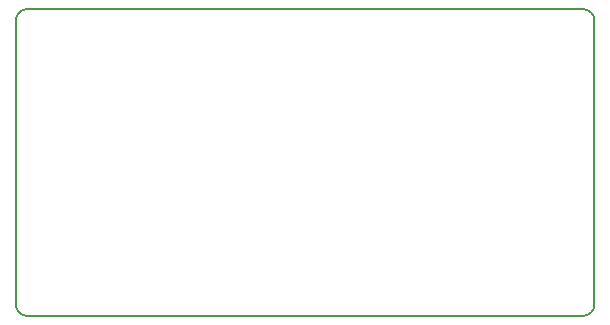
<source format=gbr>
G04 #@! TF.GenerationSoftware,KiCad,Pcbnew,(5.0.0)*
G04 #@! TF.CreationDate,2019-02-27T16:54:38+00:00*
G04 #@! TF.ProjectId,rain,7261696E2E6B696361645F7063620000,rev?*
G04 #@! TF.SameCoordinates,Original*
G04 #@! TF.FileFunction,Profile,NP*
%FSLAX46Y46*%
G04 Gerber Fmt 4.6, Leading zero omitted, Abs format (unit mm)*
G04 Created by KiCad (PCBNEW (5.0.0)) date 02/27/19 16:54:38*
%MOMM*%
%LPD*%
G01*
G04 APERTURE LIST*
%ADD10C,0.150000*%
%ADD11C,0.200000*%
G04 APERTURE END LIST*
D10*
X96000000Y-77000000D02*
G75*
G02X97000000Y-76000000I1000000J0D01*
G01*
X97000000Y-102000000D02*
G75*
G02X96000000Y-101000000I0J1000000D01*
G01*
X144000000Y-76000000D02*
G75*
G02X145000000Y-77000000I0J-1000000D01*
G01*
X145000000Y-101000000D02*
G75*
G02X144000000Y-102000000I-1000000J0D01*
G01*
D11*
X96000000Y-101000000D02*
X96000000Y-77000000D01*
X144000000Y-102000000D02*
X97000000Y-102000000D01*
X145000000Y-77000000D02*
X145000000Y-101000000D01*
X97000000Y-76000000D02*
X144000000Y-76000000D01*
M02*

</source>
